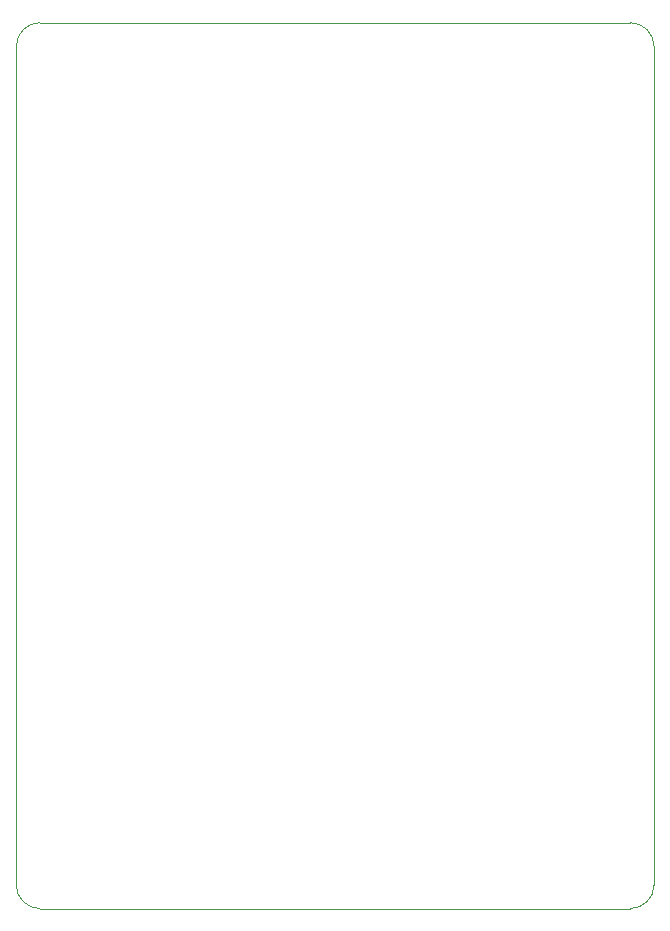
<source format=gbr>
%TF.GenerationSoftware,KiCad,Pcbnew,(5.1.9)-1*%
%TF.CreationDate,2021-05-07T19:23:29+02:00*%
%TF.ProjectId,STM32_Launchpad_v1r1,53544d33-325f-44c6-9175-6e6368706164,rev?*%
%TF.SameCoordinates,Original*%
%TF.FileFunction,Profile,NP*%
%FSLAX46Y46*%
G04 Gerber Fmt 4.6, Leading zero omitted, Abs format (unit mm)*
G04 Created by KiCad (PCBNEW (5.1.9)-1) date 2021-05-07 19:23:29*
%MOMM*%
%LPD*%
G01*
G04 APERTURE LIST*
%TA.AperFunction,Profile*%
%ADD10C,0.050000*%
%TD*%
G04 APERTURE END LIST*
D10*
X114500000Y-128000000D02*
G75*
G02*
X112500000Y-130000000I-2000000J0D01*
G01*
X62500000Y-130000000D02*
G75*
G02*
X60500000Y-128000000I0J2000000D01*
G01*
X60500000Y-57000000D02*
G75*
G02*
X62500000Y-55000000I2000000J0D01*
G01*
X112500000Y-55000000D02*
G75*
G02*
X114500000Y-57000000I0J-2000000D01*
G01*
X60500000Y-57000000D02*
X60500000Y-128000000D01*
X112500000Y-55000000D02*
X62500000Y-55000000D01*
X114500000Y-128000000D02*
X114500000Y-57000000D01*
X62500000Y-130000000D02*
X112500000Y-130000000D01*
M02*

</source>
